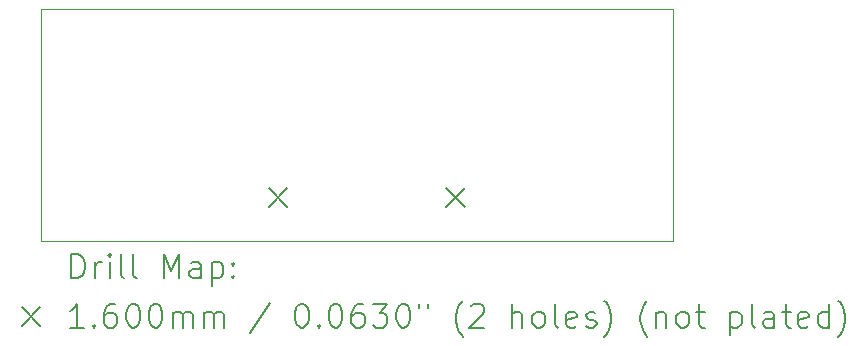
<source format=gbr>
%TF.GenerationSoftware,KiCad,Pcbnew,9.0.5*%
%TF.CreationDate,2025-10-27T21:44:14-04:00*%
%TF.ProjectId,main_board_peripheral_v1,6d61696e-5f62-46f6-9172-645f70657269,rev?*%
%TF.SameCoordinates,Original*%
%TF.FileFunction,Drillmap*%
%TF.FilePolarity,Positive*%
%FSLAX45Y45*%
G04 Gerber Fmt 4.5, Leading zero omitted, Abs format (unit mm)*
G04 Created by KiCad (PCBNEW 9.0.5) date 2025-10-27 21:44:14*
%MOMM*%
%LPD*%
G01*
G04 APERTURE LIST*
%ADD10C,0.050000*%
%ADD11C,0.200000*%
%ADD12C,0.160020*%
G04 APERTURE END LIST*
D10*
X10400000Y-5700000D02*
X15750000Y-5700000D01*
X15750000Y-7667500D01*
X10400000Y-7667500D01*
X10400000Y-5700000D01*
D11*
D12*
X12327990Y-7217990D02*
X12488010Y-7378010D01*
X12488010Y-7217990D02*
X12327990Y-7378010D01*
X13830990Y-7217990D02*
X13991010Y-7378010D01*
X13991010Y-7217990D02*
X13830990Y-7378010D01*
D11*
X10658277Y-7981484D02*
X10658277Y-7781484D01*
X10658277Y-7781484D02*
X10705896Y-7781484D01*
X10705896Y-7781484D02*
X10734467Y-7791008D01*
X10734467Y-7791008D02*
X10753515Y-7810055D01*
X10753515Y-7810055D02*
X10763039Y-7829103D01*
X10763039Y-7829103D02*
X10772563Y-7867198D01*
X10772563Y-7867198D02*
X10772563Y-7895769D01*
X10772563Y-7895769D02*
X10763039Y-7933865D01*
X10763039Y-7933865D02*
X10753515Y-7952912D01*
X10753515Y-7952912D02*
X10734467Y-7971960D01*
X10734467Y-7971960D02*
X10705896Y-7981484D01*
X10705896Y-7981484D02*
X10658277Y-7981484D01*
X10858277Y-7981484D02*
X10858277Y-7848150D01*
X10858277Y-7886246D02*
X10867801Y-7867198D01*
X10867801Y-7867198D02*
X10877324Y-7857674D01*
X10877324Y-7857674D02*
X10896372Y-7848150D01*
X10896372Y-7848150D02*
X10915420Y-7848150D01*
X10982086Y-7981484D02*
X10982086Y-7848150D01*
X10982086Y-7781484D02*
X10972563Y-7791008D01*
X10972563Y-7791008D02*
X10982086Y-7800531D01*
X10982086Y-7800531D02*
X10991610Y-7791008D01*
X10991610Y-7791008D02*
X10982086Y-7781484D01*
X10982086Y-7781484D02*
X10982086Y-7800531D01*
X11105896Y-7981484D02*
X11086848Y-7971960D01*
X11086848Y-7971960D02*
X11077324Y-7952912D01*
X11077324Y-7952912D02*
X11077324Y-7781484D01*
X11210658Y-7981484D02*
X11191610Y-7971960D01*
X11191610Y-7971960D02*
X11182086Y-7952912D01*
X11182086Y-7952912D02*
X11182086Y-7781484D01*
X11439229Y-7981484D02*
X11439229Y-7781484D01*
X11439229Y-7781484D02*
X11505896Y-7924341D01*
X11505896Y-7924341D02*
X11572562Y-7781484D01*
X11572562Y-7781484D02*
X11572562Y-7981484D01*
X11753515Y-7981484D02*
X11753515Y-7876722D01*
X11753515Y-7876722D02*
X11743991Y-7857674D01*
X11743991Y-7857674D02*
X11724943Y-7848150D01*
X11724943Y-7848150D02*
X11686848Y-7848150D01*
X11686848Y-7848150D02*
X11667801Y-7857674D01*
X11753515Y-7971960D02*
X11734467Y-7981484D01*
X11734467Y-7981484D02*
X11686848Y-7981484D01*
X11686848Y-7981484D02*
X11667801Y-7971960D01*
X11667801Y-7971960D02*
X11658277Y-7952912D01*
X11658277Y-7952912D02*
X11658277Y-7933865D01*
X11658277Y-7933865D02*
X11667801Y-7914817D01*
X11667801Y-7914817D02*
X11686848Y-7905293D01*
X11686848Y-7905293D02*
X11734467Y-7905293D01*
X11734467Y-7905293D02*
X11753515Y-7895769D01*
X11848753Y-7848150D02*
X11848753Y-8048150D01*
X11848753Y-7857674D02*
X11867801Y-7848150D01*
X11867801Y-7848150D02*
X11905896Y-7848150D01*
X11905896Y-7848150D02*
X11924943Y-7857674D01*
X11924943Y-7857674D02*
X11934467Y-7867198D01*
X11934467Y-7867198D02*
X11943991Y-7886246D01*
X11943991Y-7886246D02*
X11943991Y-7943388D01*
X11943991Y-7943388D02*
X11934467Y-7962436D01*
X11934467Y-7962436D02*
X11924943Y-7971960D01*
X11924943Y-7971960D02*
X11905896Y-7981484D01*
X11905896Y-7981484D02*
X11867801Y-7981484D01*
X11867801Y-7981484D02*
X11848753Y-7971960D01*
X12029705Y-7962436D02*
X12039229Y-7971960D01*
X12039229Y-7971960D02*
X12029705Y-7981484D01*
X12029705Y-7981484D02*
X12020182Y-7971960D01*
X12020182Y-7971960D02*
X12029705Y-7962436D01*
X12029705Y-7962436D02*
X12029705Y-7981484D01*
X12029705Y-7857674D02*
X12039229Y-7867198D01*
X12039229Y-7867198D02*
X12029705Y-7876722D01*
X12029705Y-7876722D02*
X12020182Y-7867198D01*
X12020182Y-7867198D02*
X12029705Y-7857674D01*
X12029705Y-7857674D02*
X12029705Y-7876722D01*
D12*
X10237480Y-8229990D02*
X10397500Y-8390010D01*
X10397500Y-8229990D02*
X10237480Y-8390010D01*
D11*
X10763039Y-8401484D02*
X10648753Y-8401484D01*
X10705896Y-8401484D02*
X10705896Y-8201484D01*
X10705896Y-8201484D02*
X10686848Y-8230055D01*
X10686848Y-8230055D02*
X10667801Y-8249103D01*
X10667801Y-8249103D02*
X10648753Y-8258627D01*
X10848753Y-8382436D02*
X10858277Y-8391960D01*
X10858277Y-8391960D02*
X10848753Y-8401484D01*
X10848753Y-8401484D02*
X10839229Y-8391960D01*
X10839229Y-8391960D02*
X10848753Y-8382436D01*
X10848753Y-8382436D02*
X10848753Y-8401484D01*
X11029705Y-8201484D02*
X10991610Y-8201484D01*
X10991610Y-8201484D02*
X10972563Y-8211008D01*
X10972563Y-8211008D02*
X10963039Y-8220531D01*
X10963039Y-8220531D02*
X10943991Y-8249103D01*
X10943991Y-8249103D02*
X10934467Y-8287198D01*
X10934467Y-8287198D02*
X10934467Y-8363388D01*
X10934467Y-8363388D02*
X10943991Y-8382436D01*
X10943991Y-8382436D02*
X10953515Y-8391960D01*
X10953515Y-8391960D02*
X10972563Y-8401484D01*
X10972563Y-8401484D02*
X11010658Y-8401484D01*
X11010658Y-8401484D02*
X11029705Y-8391960D01*
X11029705Y-8391960D02*
X11039229Y-8382436D01*
X11039229Y-8382436D02*
X11048753Y-8363388D01*
X11048753Y-8363388D02*
X11048753Y-8315769D01*
X11048753Y-8315769D02*
X11039229Y-8296722D01*
X11039229Y-8296722D02*
X11029705Y-8287198D01*
X11029705Y-8287198D02*
X11010658Y-8277674D01*
X11010658Y-8277674D02*
X10972563Y-8277674D01*
X10972563Y-8277674D02*
X10953515Y-8287198D01*
X10953515Y-8287198D02*
X10943991Y-8296722D01*
X10943991Y-8296722D02*
X10934467Y-8315769D01*
X11172563Y-8201484D02*
X11191610Y-8201484D01*
X11191610Y-8201484D02*
X11210658Y-8211008D01*
X11210658Y-8211008D02*
X11220182Y-8220531D01*
X11220182Y-8220531D02*
X11229705Y-8239579D01*
X11229705Y-8239579D02*
X11239229Y-8277674D01*
X11239229Y-8277674D02*
X11239229Y-8325293D01*
X11239229Y-8325293D02*
X11229705Y-8363388D01*
X11229705Y-8363388D02*
X11220182Y-8382436D01*
X11220182Y-8382436D02*
X11210658Y-8391960D01*
X11210658Y-8391960D02*
X11191610Y-8401484D01*
X11191610Y-8401484D02*
X11172563Y-8401484D01*
X11172563Y-8401484D02*
X11153515Y-8391960D01*
X11153515Y-8391960D02*
X11143991Y-8382436D01*
X11143991Y-8382436D02*
X11134467Y-8363388D01*
X11134467Y-8363388D02*
X11124944Y-8325293D01*
X11124944Y-8325293D02*
X11124944Y-8277674D01*
X11124944Y-8277674D02*
X11134467Y-8239579D01*
X11134467Y-8239579D02*
X11143991Y-8220531D01*
X11143991Y-8220531D02*
X11153515Y-8211008D01*
X11153515Y-8211008D02*
X11172563Y-8201484D01*
X11363039Y-8201484D02*
X11382086Y-8201484D01*
X11382086Y-8201484D02*
X11401134Y-8211008D01*
X11401134Y-8211008D02*
X11410658Y-8220531D01*
X11410658Y-8220531D02*
X11420182Y-8239579D01*
X11420182Y-8239579D02*
X11429705Y-8277674D01*
X11429705Y-8277674D02*
X11429705Y-8325293D01*
X11429705Y-8325293D02*
X11420182Y-8363388D01*
X11420182Y-8363388D02*
X11410658Y-8382436D01*
X11410658Y-8382436D02*
X11401134Y-8391960D01*
X11401134Y-8391960D02*
X11382086Y-8401484D01*
X11382086Y-8401484D02*
X11363039Y-8401484D01*
X11363039Y-8401484D02*
X11343991Y-8391960D01*
X11343991Y-8391960D02*
X11334467Y-8382436D01*
X11334467Y-8382436D02*
X11324943Y-8363388D01*
X11324943Y-8363388D02*
X11315420Y-8325293D01*
X11315420Y-8325293D02*
X11315420Y-8277674D01*
X11315420Y-8277674D02*
X11324943Y-8239579D01*
X11324943Y-8239579D02*
X11334467Y-8220531D01*
X11334467Y-8220531D02*
X11343991Y-8211008D01*
X11343991Y-8211008D02*
X11363039Y-8201484D01*
X11515420Y-8401484D02*
X11515420Y-8268150D01*
X11515420Y-8287198D02*
X11524943Y-8277674D01*
X11524943Y-8277674D02*
X11543991Y-8268150D01*
X11543991Y-8268150D02*
X11572563Y-8268150D01*
X11572563Y-8268150D02*
X11591610Y-8277674D01*
X11591610Y-8277674D02*
X11601134Y-8296722D01*
X11601134Y-8296722D02*
X11601134Y-8401484D01*
X11601134Y-8296722D02*
X11610658Y-8277674D01*
X11610658Y-8277674D02*
X11629705Y-8268150D01*
X11629705Y-8268150D02*
X11658277Y-8268150D01*
X11658277Y-8268150D02*
X11677324Y-8277674D01*
X11677324Y-8277674D02*
X11686848Y-8296722D01*
X11686848Y-8296722D02*
X11686848Y-8401484D01*
X11782086Y-8401484D02*
X11782086Y-8268150D01*
X11782086Y-8287198D02*
X11791610Y-8277674D01*
X11791610Y-8277674D02*
X11810658Y-8268150D01*
X11810658Y-8268150D02*
X11839229Y-8268150D01*
X11839229Y-8268150D02*
X11858277Y-8277674D01*
X11858277Y-8277674D02*
X11867801Y-8296722D01*
X11867801Y-8296722D02*
X11867801Y-8401484D01*
X11867801Y-8296722D02*
X11877324Y-8277674D01*
X11877324Y-8277674D02*
X11896372Y-8268150D01*
X11896372Y-8268150D02*
X11924943Y-8268150D01*
X11924943Y-8268150D02*
X11943991Y-8277674D01*
X11943991Y-8277674D02*
X11953515Y-8296722D01*
X11953515Y-8296722D02*
X11953515Y-8401484D01*
X12343991Y-8191960D02*
X12172563Y-8449103D01*
X12601134Y-8201484D02*
X12620182Y-8201484D01*
X12620182Y-8201484D02*
X12639229Y-8211008D01*
X12639229Y-8211008D02*
X12648753Y-8220531D01*
X12648753Y-8220531D02*
X12658277Y-8239579D01*
X12658277Y-8239579D02*
X12667801Y-8277674D01*
X12667801Y-8277674D02*
X12667801Y-8325293D01*
X12667801Y-8325293D02*
X12658277Y-8363388D01*
X12658277Y-8363388D02*
X12648753Y-8382436D01*
X12648753Y-8382436D02*
X12639229Y-8391960D01*
X12639229Y-8391960D02*
X12620182Y-8401484D01*
X12620182Y-8401484D02*
X12601134Y-8401484D01*
X12601134Y-8401484D02*
X12582086Y-8391960D01*
X12582086Y-8391960D02*
X12572563Y-8382436D01*
X12572563Y-8382436D02*
X12563039Y-8363388D01*
X12563039Y-8363388D02*
X12553515Y-8325293D01*
X12553515Y-8325293D02*
X12553515Y-8277674D01*
X12553515Y-8277674D02*
X12563039Y-8239579D01*
X12563039Y-8239579D02*
X12572563Y-8220531D01*
X12572563Y-8220531D02*
X12582086Y-8211008D01*
X12582086Y-8211008D02*
X12601134Y-8201484D01*
X12753515Y-8382436D02*
X12763039Y-8391960D01*
X12763039Y-8391960D02*
X12753515Y-8401484D01*
X12753515Y-8401484D02*
X12743991Y-8391960D01*
X12743991Y-8391960D02*
X12753515Y-8382436D01*
X12753515Y-8382436D02*
X12753515Y-8401484D01*
X12886848Y-8201484D02*
X12905896Y-8201484D01*
X12905896Y-8201484D02*
X12924944Y-8211008D01*
X12924944Y-8211008D02*
X12934467Y-8220531D01*
X12934467Y-8220531D02*
X12943991Y-8239579D01*
X12943991Y-8239579D02*
X12953515Y-8277674D01*
X12953515Y-8277674D02*
X12953515Y-8325293D01*
X12953515Y-8325293D02*
X12943991Y-8363388D01*
X12943991Y-8363388D02*
X12934467Y-8382436D01*
X12934467Y-8382436D02*
X12924944Y-8391960D01*
X12924944Y-8391960D02*
X12905896Y-8401484D01*
X12905896Y-8401484D02*
X12886848Y-8401484D01*
X12886848Y-8401484D02*
X12867801Y-8391960D01*
X12867801Y-8391960D02*
X12858277Y-8382436D01*
X12858277Y-8382436D02*
X12848753Y-8363388D01*
X12848753Y-8363388D02*
X12839229Y-8325293D01*
X12839229Y-8325293D02*
X12839229Y-8277674D01*
X12839229Y-8277674D02*
X12848753Y-8239579D01*
X12848753Y-8239579D02*
X12858277Y-8220531D01*
X12858277Y-8220531D02*
X12867801Y-8211008D01*
X12867801Y-8211008D02*
X12886848Y-8201484D01*
X13124944Y-8201484D02*
X13086848Y-8201484D01*
X13086848Y-8201484D02*
X13067801Y-8211008D01*
X13067801Y-8211008D02*
X13058277Y-8220531D01*
X13058277Y-8220531D02*
X13039229Y-8249103D01*
X13039229Y-8249103D02*
X13029706Y-8287198D01*
X13029706Y-8287198D02*
X13029706Y-8363388D01*
X13029706Y-8363388D02*
X13039229Y-8382436D01*
X13039229Y-8382436D02*
X13048753Y-8391960D01*
X13048753Y-8391960D02*
X13067801Y-8401484D01*
X13067801Y-8401484D02*
X13105896Y-8401484D01*
X13105896Y-8401484D02*
X13124944Y-8391960D01*
X13124944Y-8391960D02*
X13134467Y-8382436D01*
X13134467Y-8382436D02*
X13143991Y-8363388D01*
X13143991Y-8363388D02*
X13143991Y-8315769D01*
X13143991Y-8315769D02*
X13134467Y-8296722D01*
X13134467Y-8296722D02*
X13124944Y-8287198D01*
X13124944Y-8287198D02*
X13105896Y-8277674D01*
X13105896Y-8277674D02*
X13067801Y-8277674D01*
X13067801Y-8277674D02*
X13048753Y-8287198D01*
X13048753Y-8287198D02*
X13039229Y-8296722D01*
X13039229Y-8296722D02*
X13029706Y-8315769D01*
X13210658Y-8201484D02*
X13334467Y-8201484D01*
X13334467Y-8201484D02*
X13267801Y-8277674D01*
X13267801Y-8277674D02*
X13296372Y-8277674D01*
X13296372Y-8277674D02*
X13315420Y-8287198D01*
X13315420Y-8287198D02*
X13324944Y-8296722D01*
X13324944Y-8296722D02*
X13334467Y-8315769D01*
X13334467Y-8315769D02*
X13334467Y-8363388D01*
X13334467Y-8363388D02*
X13324944Y-8382436D01*
X13324944Y-8382436D02*
X13315420Y-8391960D01*
X13315420Y-8391960D02*
X13296372Y-8401484D01*
X13296372Y-8401484D02*
X13239229Y-8401484D01*
X13239229Y-8401484D02*
X13220182Y-8391960D01*
X13220182Y-8391960D02*
X13210658Y-8382436D01*
X13458277Y-8201484D02*
X13477325Y-8201484D01*
X13477325Y-8201484D02*
X13496372Y-8211008D01*
X13496372Y-8211008D02*
X13505896Y-8220531D01*
X13505896Y-8220531D02*
X13515420Y-8239579D01*
X13515420Y-8239579D02*
X13524944Y-8277674D01*
X13524944Y-8277674D02*
X13524944Y-8325293D01*
X13524944Y-8325293D02*
X13515420Y-8363388D01*
X13515420Y-8363388D02*
X13505896Y-8382436D01*
X13505896Y-8382436D02*
X13496372Y-8391960D01*
X13496372Y-8391960D02*
X13477325Y-8401484D01*
X13477325Y-8401484D02*
X13458277Y-8401484D01*
X13458277Y-8401484D02*
X13439229Y-8391960D01*
X13439229Y-8391960D02*
X13429706Y-8382436D01*
X13429706Y-8382436D02*
X13420182Y-8363388D01*
X13420182Y-8363388D02*
X13410658Y-8325293D01*
X13410658Y-8325293D02*
X13410658Y-8277674D01*
X13410658Y-8277674D02*
X13420182Y-8239579D01*
X13420182Y-8239579D02*
X13429706Y-8220531D01*
X13429706Y-8220531D02*
X13439229Y-8211008D01*
X13439229Y-8211008D02*
X13458277Y-8201484D01*
X13601134Y-8201484D02*
X13601134Y-8239579D01*
X13677325Y-8201484D02*
X13677325Y-8239579D01*
X13972563Y-8477674D02*
X13963039Y-8468150D01*
X13963039Y-8468150D02*
X13943991Y-8439579D01*
X13943991Y-8439579D02*
X13934468Y-8420531D01*
X13934468Y-8420531D02*
X13924944Y-8391960D01*
X13924944Y-8391960D02*
X13915420Y-8344341D01*
X13915420Y-8344341D02*
X13915420Y-8306246D01*
X13915420Y-8306246D02*
X13924944Y-8258627D01*
X13924944Y-8258627D02*
X13934468Y-8230055D01*
X13934468Y-8230055D02*
X13943991Y-8211008D01*
X13943991Y-8211008D02*
X13963039Y-8182436D01*
X13963039Y-8182436D02*
X13972563Y-8172912D01*
X14039229Y-8220531D02*
X14048753Y-8211008D01*
X14048753Y-8211008D02*
X14067801Y-8201484D01*
X14067801Y-8201484D02*
X14115420Y-8201484D01*
X14115420Y-8201484D02*
X14134468Y-8211008D01*
X14134468Y-8211008D02*
X14143991Y-8220531D01*
X14143991Y-8220531D02*
X14153515Y-8239579D01*
X14153515Y-8239579D02*
X14153515Y-8258627D01*
X14153515Y-8258627D02*
X14143991Y-8287198D01*
X14143991Y-8287198D02*
X14029706Y-8401484D01*
X14029706Y-8401484D02*
X14153515Y-8401484D01*
X14391610Y-8401484D02*
X14391610Y-8201484D01*
X14477325Y-8401484D02*
X14477325Y-8296722D01*
X14477325Y-8296722D02*
X14467801Y-8277674D01*
X14467801Y-8277674D02*
X14448753Y-8268150D01*
X14448753Y-8268150D02*
X14420182Y-8268150D01*
X14420182Y-8268150D02*
X14401134Y-8277674D01*
X14401134Y-8277674D02*
X14391610Y-8287198D01*
X14601134Y-8401484D02*
X14582087Y-8391960D01*
X14582087Y-8391960D02*
X14572563Y-8382436D01*
X14572563Y-8382436D02*
X14563039Y-8363388D01*
X14563039Y-8363388D02*
X14563039Y-8306246D01*
X14563039Y-8306246D02*
X14572563Y-8287198D01*
X14572563Y-8287198D02*
X14582087Y-8277674D01*
X14582087Y-8277674D02*
X14601134Y-8268150D01*
X14601134Y-8268150D02*
X14629706Y-8268150D01*
X14629706Y-8268150D02*
X14648753Y-8277674D01*
X14648753Y-8277674D02*
X14658277Y-8287198D01*
X14658277Y-8287198D02*
X14667801Y-8306246D01*
X14667801Y-8306246D02*
X14667801Y-8363388D01*
X14667801Y-8363388D02*
X14658277Y-8382436D01*
X14658277Y-8382436D02*
X14648753Y-8391960D01*
X14648753Y-8391960D02*
X14629706Y-8401484D01*
X14629706Y-8401484D02*
X14601134Y-8401484D01*
X14782087Y-8401484D02*
X14763039Y-8391960D01*
X14763039Y-8391960D02*
X14753515Y-8372912D01*
X14753515Y-8372912D02*
X14753515Y-8201484D01*
X14934468Y-8391960D02*
X14915420Y-8401484D01*
X14915420Y-8401484D02*
X14877325Y-8401484D01*
X14877325Y-8401484D02*
X14858277Y-8391960D01*
X14858277Y-8391960D02*
X14848753Y-8372912D01*
X14848753Y-8372912D02*
X14848753Y-8296722D01*
X14848753Y-8296722D02*
X14858277Y-8277674D01*
X14858277Y-8277674D02*
X14877325Y-8268150D01*
X14877325Y-8268150D02*
X14915420Y-8268150D01*
X14915420Y-8268150D02*
X14934468Y-8277674D01*
X14934468Y-8277674D02*
X14943991Y-8296722D01*
X14943991Y-8296722D02*
X14943991Y-8315769D01*
X14943991Y-8315769D02*
X14848753Y-8334817D01*
X15020182Y-8391960D02*
X15039230Y-8401484D01*
X15039230Y-8401484D02*
X15077325Y-8401484D01*
X15077325Y-8401484D02*
X15096372Y-8391960D01*
X15096372Y-8391960D02*
X15105896Y-8372912D01*
X15105896Y-8372912D02*
X15105896Y-8363388D01*
X15105896Y-8363388D02*
X15096372Y-8344341D01*
X15096372Y-8344341D02*
X15077325Y-8334817D01*
X15077325Y-8334817D02*
X15048753Y-8334817D01*
X15048753Y-8334817D02*
X15029706Y-8325293D01*
X15029706Y-8325293D02*
X15020182Y-8306246D01*
X15020182Y-8306246D02*
X15020182Y-8296722D01*
X15020182Y-8296722D02*
X15029706Y-8277674D01*
X15029706Y-8277674D02*
X15048753Y-8268150D01*
X15048753Y-8268150D02*
X15077325Y-8268150D01*
X15077325Y-8268150D02*
X15096372Y-8277674D01*
X15172563Y-8477674D02*
X15182087Y-8468150D01*
X15182087Y-8468150D02*
X15201134Y-8439579D01*
X15201134Y-8439579D02*
X15210658Y-8420531D01*
X15210658Y-8420531D02*
X15220182Y-8391960D01*
X15220182Y-8391960D02*
X15229706Y-8344341D01*
X15229706Y-8344341D02*
X15229706Y-8306246D01*
X15229706Y-8306246D02*
X15220182Y-8258627D01*
X15220182Y-8258627D02*
X15210658Y-8230055D01*
X15210658Y-8230055D02*
X15201134Y-8211008D01*
X15201134Y-8211008D02*
X15182087Y-8182436D01*
X15182087Y-8182436D02*
X15172563Y-8172912D01*
X15534468Y-8477674D02*
X15524944Y-8468150D01*
X15524944Y-8468150D02*
X15505896Y-8439579D01*
X15505896Y-8439579D02*
X15496372Y-8420531D01*
X15496372Y-8420531D02*
X15486849Y-8391960D01*
X15486849Y-8391960D02*
X15477325Y-8344341D01*
X15477325Y-8344341D02*
X15477325Y-8306246D01*
X15477325Y-8306246D02*
X15486849Y-8258627D01*
X15486849Y-8258627D02*
X15496372Y-8230055D01*
X15496372Y-8230055D02*
X15505896Y-8211008D01*
X15505896Y-8211008D02*
X15524944Y-8182436D01*
X15524944Y-8182436D02*
X15534468Y-8172912D01*
X15610658Y-8268150D02*
X15610658Y-8401484D01*
X15610658Y-8287198D02*
X15620182Y-8277674D01*
X15620182Y-8277674D02*
X15639230Y-8268150D01*
X15639230Y-8268150D02*
X15667801Y-8268150D01*
X15667801Y-8268150D02*
X15686849Y-8277674D01*
X15686849Y-8277674D02*
X15696372Y-8296722D01*
X15696372Y-8296722D02*
X15696372Y-8401484D01*
X15820182Y-8401484D02*
X15801134Y-8391960D01*
X15801134Y-8391960D02*
X15791611Y-8382436D01*
X15791611Y-8382436D02*
X15782087Y-8363388D01*
X15782087Y-8363388D02*
X15782087Y-8306246D01*
X15782087Y-8306246D02*
X15791611Y-8287198D01*
X15791611Y-8287198D02*
X15801134Y-8277674D01*
X15801134Y-8277674D02*
X15820182Y-8268150D01*
X15820182Y-8268150D02*
X15848753Y-8268150D01*
X15848753Y-8268150D02*
X15867801Y-8277674D01*
X15867801Y-8277674D02*
X15877325Y-8287198D01*
X15877325Y-8287198D02*
X15886849Y-8306246D01*
X15886849Y-8306246D02*
X15886849Y-8363388D01*
X15886849Y-8363388D02*
X15877325Y-8382436D01*
X15877325Y-8382436D02*
X15867801Y-8391960D01*
X15867801Y-8391960D02*
X15848753Y-8401484D01*
X15848753Y-8401484D02*
X15820182Y-8401484D01*
X15943992Y-8268150D02*
X16020182Y-8268150D01*
X15972563Y-8201484D02*
X15972563Y-8372912D01*
X15972563Y-8372912D02*
X15982087Y-8391960D01*
X15982087Y-8391960D02*
X16001134Y-8401484D01*
X16001134Y-8401484D02*
X16020182Y-8401484D01*
X16239230Y-8268150D02*
X16239230Y-8468150D01*
X16239230Y-8277674D02*
X16258277Y-8268150D01*
X16258277Y-8268150D02*
X16296373Y-8268150D01*
X16296373Y-8268150D02*
X16315420Y-8277674D01*
X16315420Y-8277674D02*
X16324944Y-8287198D01*
X16324944Y-8287198D02*
X16334468Y-8306246D01*
X16334468Y-8306246D02*
X16334468Y-8363388D01*
X16334468Y-8363388D02*
X16324944Y-8382436D01*
X16324944Y-8382436D02*
X16315420Y-8391960D01*
X16315420Y-8391960D02*
X16296373Y-8401484D01*
X16296373Y-8401484D02*
X16258277Y-8401484D01*
X16258277Y-8401484D02*
X16239230Y-8391960D01*
X16448753Y-8401484D02*
X16429706Y-8391960D01*
X16429706Y-8391960D02*
X16420182Y-8372912D01*
X16420182Y-8372912D02*
X16420182Y-8201484D01*
X16610658Y-8401484D02*
X16610658Y-8296722D01*
X16610658Y-8296722D02*
X16601134Y-8277674D01*
X16601134Y-8277674D02*
X16582087Y-8268150D01*
X16582087Y-8268150D02*
X16543992Y-8268150D01*
X16543992Y-8268150D02*
X16524944Y-8277674D01*
X16610658Y-8391960D02*
X16591611Y-8401484D01*
X16591611Y-8401484D02*
X16543992Y-8401484D01*
X16543992Y-8401484D02*
X16524944Y-8391960D01*
X16524944Y-8391960D02*
X16515420Y-8372912D01*
X16515420Y-8372912D02*
X16515420Y-8353865D01*
X16515420Y-8353865D02*
X16524944Y-8334817D01*
X16524944Y-8334817D02*
X16543992Y-8325293D01*
X16543992Y-8325293D02*
X16591611Y-8325293D01*
X16591611Y-8325293D02*
X16610658Y-8315769D01*
X16677325Y-8268150D02*
X16753515Y-8268150D01*
X16705896Y-8201484D02*
X16705896Y-8372912D01*
X16705896Y-8372912D02*
X16715420Y-8391960D01*
X16715420Y-8391960D02*
X16734468Y-8401484D01*
X16734468Y-8401484D02*
X16753515Y-8401484D01*
X16896373Y-8391960D02*
X16877325Y-8401484D01*
X16877325Y-8401484D02*
X16839230Y-8401484D01*
X16839230Y-8401484D02*
X16820182Y-8391960D01*
X16820182Y-8391960D02*
X16810658Y-8372912D01*
X16810658Y-8372912D02*
X16810658Y-8296722D01*
X16810658Y-8296722D02*
X16820182Y-8277674D01*
X16820182Y-8277674D02*
X16839230Y-8268150D01*
X16839230Y-8268150D02*
X16877325Y-8268150D01*
X16877325Y-8268150D02*
X16896373Y-8277674D01*
X16896373Y-8277674D02*
X16905896Y-8296722D01*
X16905896Y-8296722D02*
X16905896Y-8315769D01*
X16905896Y-8315769D02*
X16810658Y-8334817D01*
X17077325Y-8401484D02*
X17077325Y-8201484D01*
X17077325Y-8391960D02*
X17058277Y-8401484D01*
X17058277Y-8401484D02*
X17020182Y-8401484D01*
X17020182Y-8401484D02*
X17001135Y-8391960D01*
X17001135Y-8391960D02*
X16991611Y-8382436D01*
X16991611Y-8382436D02*
X16982087Y-8363388D01*
X16982087Y-8363388D02*
X16982087Y-8306246D01*
X16982087Y-8306246D02*
X16991611Y-8287198D01*
X16991611Y-8287198D02*
X17001135Y-8277674D01*
X17001135Y-8277674D02*
X17020182Y-8268150D01*
X17020182Y-8268150D02*
X17058277Y-8268150D01*
X17058277Y-8268150D02*
X17077325Y-8277674D01*
X17153516Y-8477674D02*
X17163039Y-8468150D01*
X17163039Y-8468150D02*
X17182087Y-8439579D01*
X17182087Y-8439579D02*
X17191611Y-8420531D01*
X17191611Y-8420531D02*
X17201135Y-8391960D01*
X17201135Y-8391960D02*
X17210658Y-8344341D01*
X17210658Y-8344341D02*
X17210658Y-8306246D01*
X17210658Y-8306246D02*
X17201135Y-8258627D01*
X17201135Y-8258627D02*
X17191611Y-8230055D01*
X17191611Y-8230055D02*
X17182087Y-8211008D01*
X17182087Y-8211008D02*
X17163039Y-8182436D01*
X17163039Y-8182436D02*
X17153516Y-8172912D01*
M02*

</source>
